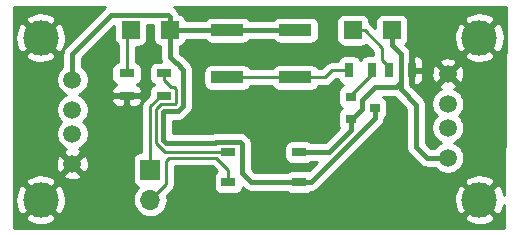
<source format=gbr>
G04 #@! TF.GenerationSoftware,KiCad,Pcbnew,(5.1.2)-2*
G04 #@! TF.CreationDate,2019-06-15T14:58:01+10:00*
G04 #@! TF.ProjectId,USBResetter,55534252-6573-4657-9474-65722e6b6963,rev?*
G04 #@! TF.SameCoordinates,Original*
G04 #@! TF.FileFunction,Copper,L1,Top*
G04 #@! TF.FilePolarity,Positive*
%FSLAX46Y46*%
G04 Gerber Fmt 4.6, Leading zero omitted, Abs format (unit mm)*
G04 Created by KiCad (PCBNEW (5.1.2)-2) date 2019-06-15 14:58:01*
%MOMM*%
%LPD*%
G04 APERTURE LIST*
%ADD10R,1.500000X1.500000*%
%ADD11C,1.500000*%
%ADD12C,3.000000*%
%ADD13O,1.700000X1.700000*%
%ADD14R,1.700000X1.700000*%
%ADD15R,0.900000X0.800000*%
%ADD16R,1.300000X0.700000*%
%ADD17R,0.700000X1.300000*%
%ADD18R,2.750000X1.000000*%
%ADD19R,1.200000X0.800000*%
%ADD20C,0.250000*%
%ADD21C,0.400000*%
%ADD22C,0.254000*%
G04 APERTURE END LIST*
D10*
X135550000Y-86600000D03*
X138850000Y-86600000D03*
X157650000Y-86600000D03*
X154350000Y-86600000D03*
D11*
X130600000Y-97910000D03*
X130600000Y-95370000D03*
X130600000Y-93340000D03*
X130600000Y-90800000D03*
D12*
X127930000Y-100960000D03*
X127930000Y-87240000D03*
D13*
X137200000Y-100940000D03*
D14*
X137200000Y-98400000D03*
D12*
X165070000Y-100960000D03*
X165070000Y-87240000D03*
D11*
X162400000Y-97400000D03*
X162400000Y-94860000D03*
X162400000Y-92830000D03*
X162400000Y-90290000D03*
D15*
X156200000Y-93200000D03*
X154200000Y-94150000D03*
X154200000Y-92250000D03*
D16*
X138400000Y-90250000D03*
X138400000Y-92150000D03*
X135200000Y-90250000D03*
X135200000Y-92150000D03*
D17*
X159350000Y-90000000D03*
X157450000Y-90000000D03*
X154050000Y-90000000D03*
X155950000Y-90000000D03*
D18*
X149480000Y-90600000D03*
X143720000Y-90600000D03*
X143720000Y-86600000D03*
X149480000Y-86600000D03*
D19*
X149800000Y-99470000D03*
X143800000Y-99470000D03*
X143800000Y-96930000D03*
X149800000Y-96930000D03*
D20*
X135200000Y-86950000D02*
X135550000Y-86600000D01*
X135200000Y-90250000D02*
X135200000Y-86950000D01*
D21*
X138850000Y-86600000D02*
X143720000Y-86600000D01*
X145495000Y-86600000D02*
X149480000Y-86600000D01*
X143720000Y-86600000D02*
X145495000Y-86600000D01*
X130600000Y-88600000D02*
X133850001Y-85349999D01*
X133850001Y-85349999D02*
X138749999Y-85349999D01*
X130600000Y-90800000D02*
X130600000Y-88600000D01*
X138850000Y-85450000D02*
X138850000Y-86600000D01*
X138749999Y-85349999D02*
X138850000Y-85450000D01*
X138349989Y-93450011D02*
X139568888Y-93450011D01*
X140000011Y-93018888D02*
X140000011Y-89950009D01*
X140000011Y-89950009D02*
X139450002Y-89400000D01*
X138275020Y-95875020D02*
X138275020Y-93524980D01*
X139568888Y-93450011D02*
X140000011Y-93018888D01*
X139450002Y-89400000D02*
X139400000Y-89400000D01*
X142699999Y-96129999D02*
X138529999Y-96129999D01*
X138529999Y-96129999D02*
X138275020Y-95875020D01*
X149800000Y-99470000D02*
X149600000Y-99470000D01*
X138275020Y-93524980D02*
X138349989Y-93450011D01*
X138850000Y-88850000D02*
X138850000Y-86600000D01*
X139400000Y-89400000D02*
X138850000Y-88850000D01*
X156200000Y-94000000D02*
X156200000Y-93200000D01*
X156200000Y-94070000D02*
X156200000Y-94000000D01*
X150800000Y-99470000D02*
X156200000Y-94070000D01*
X149800000Y-99470000D02*
X150800000Y-99470000D01*
X144800001Y-96029999D02*
X145000000Y-96229998D01*
X142699999Y-96129999D02*
X142799999Y-96029999D01*
X142799999Y-96029999D02*
X144800001Y-96029999D01*
X145000000Y-96229998D02*
X145000000Y-98700000D01*
X145770000Y-99470000D02*
X149800000Y-99470000D01*
X145000000Y-98700000D02*
X145770000Y-99470000D01*
X157650000Y-87850000D02*
X157650000Y-86600000D01*
X158000000Y-91400000D02*
X158400000Y-91000000D01*
X158400000Y-91000000D02*
X158400000Y-88600000D01*
X158400000Y-88600000D02*
X157650000Y-87850000D01*
X154250000Y-94150000D02*
X154200000Y-94150000D01*
X155150001Y-93249999D02*
X154250000Y-94150000D01*
X155150001Y-92499997D02*
X155150001Y-93249999D01*
X149800000Y-96930000D02*
X152350038Y-96930000D01*
X154200000Y-95080038D02*
X154200000Y-94150000D01*
X152350038Y-96930000D02*
X154200000Y-95080038D01*
X158400000Y-91000000D02*
X158400000Y-91600000D01*
X158400000Y-91600000D02*
X159700000Y-92900000D01*
X159700000Y-92900000D02*
X159700000Y-96500000D01*
X159700000Y-96500000D02*
X160600000Y-97400000D01*
X160600000Y-97400000D02*
X162400000Y-97400000D01*
X156249998Y-91400000D02*
X158000000Y-91400000D01*
X155150001Y-92499997D02*
X156249998Y-91400000D01*
D20*
X155350000Y-86600000D02*
X154350000Y-86600000D01*
X156850000Y-88100000D02*
X155350000Y-86600000D01*
X156850000Y-89100000D02*
X156850000Y-88100000D01*
X157450000Y-89700000D02*
X156850000Y-89100000D01*
X157450000Y-90000000D02*
X157450000Y-89700000D01*
X143800000Y-98400000D02*
X143800000Y-99470000D01*
X142780010Y-97380010D02*
X143800000Y-98400000D01*
X138819990Y-97380010D02*
X142780010Y-97380010D01*
X138500000Y-97700000D02*
X138819990Y-97380010D01*
X137200000Y-100940000D02*
X138500000Y-99640000D01*
X138500000Y-99640000D02*
X138500000Y-97700000D01*
X138100000Y-92150000D02*
X138400000Y-92150000D01*
X137200000Y-93050000D02*
X138100000Y-92150000D01*
X137200000Y-98400000D02*
X137200000Y-93050000D01*
X154200000Y-92050000D02*
X154200000Y-92250000D01*
X155950000Y-90000000D02*
X155950000Y-90300000D01*
X155950000Y-90300000D02*
X154200000Y-92050000D01*
X143800000Y-96930000D02*
X138430000Y-96930000D01*
X138430000Y-96930000D02*
X137650010Y-96150010D01*
X137650010Y-96150010D02*
X137650010Y-93236400D01*
X137663600Y-93236400D02*
X138074999Y-92825001D01*
X137650010Y-93236400D02*
X137663600Y-93236400D01*
X139310001Y-92825001D02*
X139375001Y-92760001D01*
X138074999Y-92825001D02*
X139310001Y-92825001D01*
X139375001Y-91539999D02*
X139235002Y-91400000D01*
X139375001Y-92760001D02*
X139375001Y-91539999D01*
X138400000Y-90850000D02*
X138400000Y-90250000D01*
X138950000Y-91400000D02*
X138400000Y-90850000D01*
X139235002Y-91400000D02*
X138950000Y-91400000D01*
X154050000Y-90000000D02*
X152600000Y-90000000D01*
X152000000Y-90600000D02*
X149480000Y-90600000D01*
X152600000Y-90000000D02*
X152000000Y-90600000D01*
X145345000Y-90600000D02*
X149480000Y-90600000D01*
X143720000Y-90600000D02*
X145345000Y-90600000D01*
D22*
G36*
X133256710Y-84756708D02*
G01*
X133230560Y-84788572D01*
X130038574Y-87980559D01*
X130006710Y-88006709D01*
X129980562Y-88038571D01*
X129902364Y-88133855D01*
X129824828Y-88278914D01*
X129777082Y-88436312D01*
X129760960Y-88600000D01*
X129765001Y-88641028D01*
X129765001Y-89692204D01*
X129717114Y-89724201D01*
X129524201Y-89917114D01*
X129372629Y-90143957D01*
X129268225Y-90396011D01*
X129215000Y-90663589D01*
X129215000Y-90936411D01*
X129268225Y-91203989D01*
X129372629Y-91456043D01*
X129524201Y-91682886D01*
X129717114Y-91875799D01*
X129943957Y-92027371D01*
X130046873Y-92070000D01*
X129943957Y-92112629D01*
X129717114Y-92264201D01*
X129524201Y-92457114D01*
X129372629Y-92683957D01*
X129268225Y-92936011D01*
X129215000Y-93203589D01*
X129215000Y-93476411D01*
X129268225Y-93743989D01*
X129372629Y-93996043D01*
X129524201Y-94222886D01*
X129656315Y-94355000D01*
X129524201Y-94487114D01*
X129372629Y-94713957D01*
X129268225Y-94966011D01*
X129215000Y-95233589D01*
X129215000Y-95506411D01*
X129268225Y-95773989D01*
X129372629Y-96026043D01*
X129524201Y-96252886D01*
X129717114Y-96445799D01*
X129943957Y-96597371D01*
X130043279Y-96638511D01*
X130001168Y-96653723D01*
X129888137Y-96714140D01*
X129822612Y-96953007D01*
X130600000Y-97730395D01*
X131377388Y-96953007D01*
X131311863Y-96714140D01*
X131153523Y-96639836D01*
X131256043Y-96597371D01*
X131482886Y-96445799D01*
X131675799Y-96252886D01*
X131827371Y-96026043D01*
X131931775Y-95773989D01*
X131985000Y-95506411D01*
X131985000Y-95233589D01*
X131931775Y-94966011D01*
X131827371Y-94713957D01*
X131675799Y-94487114D01*
X131543685Y-94355000D01*
X131675799Y-94222886D01*
X131827371Y-93996043D01*
X131931775Y-93743989D01*
X131985000Y-93476411D01*
X131985000Y-93203589D01*
X131931775Y-92936011D01*
X131827371Y-92683957D01*
X131704455Y-92500000D01*
X133911928Y-92500000D01*
X133924188Y-92624482D01*
X133960498Y-92744180D01*
X134019463Y-92854494D01*
X134098815Y-92951185D01*
X134195506Y-93030537D01*
X134305820Y-93089502D01*
X134425518Y-93125812D01*
X134550000Y-93138072D01*
X134914250Y-93135000D01*
X135073000Y-92976250D01*
X135073000Y-92277000D01*
X135327000Y-92277000D01*
X135327000Y-92976250D01*
X135485750Y-93135000D01*
X135850000Y-93138072D01*
X135974482Y-93125812D01*
X136094180Y-93089502D01*
X136204494Y-93030537D01*
X136301185Y-92951185D01*
X136380537Y-92854494D01*
X136439502Y-92744180D01*
X136475812Y-92624482D01*
X136488072Y-92500000D01*
X136485000Y-92435750D01*
X136326250Y-92277000D01*
X135327000Y-92277000D01*
X135073000Y-92277000D01*
X134073750Y-92277000D01*
X133915000Y-92435750D01*
X133911928Y-92500000D01*
X131704455Y-92500000D01*
X131675799Y-92457114D01*
X131482886Y-92264201D01*
X131256043Y-92112629D01*
X131153127Y-92070000D01*
X131256043Y-92027371D01*
X131482886Y-91875799D01*
X131675799Y-91682886D01*
X131827371Y-91456043D01*
X131931775Y-91203989D01*
X131985000Y-90936411D01*
X131985000Y-90663589D01*
X131931775Y-90396011D01*
X131827371Y-90143957D01*
X131675799Y-89917114D01*
X131482886Y-89724201D01*
X131435000Y-89692205D01*
X131435000Y-88945867D01*
X134161928Y-86218940D01*
X134161928Y-87350000D01*
X134174188Y-87474482D01*
X134210498Y-87594180D01*
X134269463Y-87704494D01*
X134348815Y-87801185D01*
X134440001Y-87876019D01*
X134440000Y-89272762D01*
X134425518Y-89274188D01*
X134305820Y-89310498D01*
X134195506Y-89369463D01*
X134098815Y-89448815D01*
X134019463Y-89545506D01*
X133960498Y-89655820D01*
X133924188Y-89775518D01*
X133911928Y-89900000D01*
X133911928Y-90600000D01*
X133924188Y-90724482D01*
X133960498Y-90844180D01*
X134019463Y-90954494D01*
X134098815Y-91051185D01*
X134195506Y-91130537D01*
X134305820Y-91189502D01*
X134340427Y-91200000D01*
X134305820Y-91210498D01*
X134195506Y-91269463D01*
X134098815Y-91348815D01*
X134019463Y-91445506D01*
X133960498Y-91555820D01*
X133924188Y-91675518D01*
X133911928Y-91800000D01*
X133915000Y-91864250D01*
X134073750Y-92023000D01*
X135073000Y-92023000D01*
X135073000Y-92003000D01*
X135327000Y-92003000D01*
X135327000Y-92023000D01*
X136326250Y-92023000D01*
X136485000Y-91864250D01*
X136488072Y-91800000D01*
X136475812Y-91675518D01*
X136439502Y-91555820D01*
X136380537Y-91445506D01*
X136301185Y-91348815D01*
X136204494Y-91269463D01*
X136094180Y-91210498D01*
X136059573Y-91200000D01*
X136094180Y-91189502D01*
X136204494Y-91130537D01*
X136301185Y-91051185D01*
X136380537Y-90954494D01*
X136439502Y-90844180D01*
X136475812Y-90724482D01*
X136488072Y-90600000D01*
X136488072Y-89900000D01*
X136475812Y-89775518D01*
X136439502Y-89655820D01*
X136380537Y-89545506D01*
X136301185Y-89448815D01*
X136204494Y-89369463D01*
X136094180Y-89310498D01*
X135974482Y-89274188D01*
X135960000Y-89272762D01*
X135960000Y-87988072D01*
X136300000Y-87988072D01*
X136424482Y-87975812D01*
X136544180Y-87939502D01*
X136654494Y-87880537D01*
X136751185Y-87801185D01*
X136830537Y-87704494D01*
X136889502Y-87594180D01*
X136925812Y-87474482D01*
X136938072Y-87350000D01*
X136938072Y-86184999D01*
X137461928Y-86184999D01*
X137461928Y-87350000D01*
X137474188Y-87474482D01*
X137510498Y-87594180D01*
X137569463Y-87704494D01*
X137648815Y-87801185D01*
X137745506Y-87880537D01*
X137855820Y-87939502D01*
X137975518Y-87975812D01*
X138015000Y-87979701D01*
X138015000Y-88808981D01*
X138010960Y-88850000D01*
X138015000Y-88891018D01*
X138027082Y-89013688D01*
X138074828Y-89171086D01*
X138123384Y-89261928D01*
X137750000Y-89261928D01*
X137625518Y-89274188D01*
X137505820Y-89310498D01*
X137395506Y-89369463D01*
X137298815Y-89448815D01*
X137219463Y-89545506D01*
X137160498Y-89655820D01*
X137124188Y-89775518D01*
X137111928Y-89900000D01*
X137111928Y-90600000D01*
X137124188Y-90724482D01*
X137160498Y-90844180D01*
X137219463Y-90954494D01*
X137298815Y-91051185D01*
X137395506Y-91130537D01*
X137505820Y-91189502D01*
X137540427Y-91200000D01*
X137505820Y-91210498D01*
X137395506Y-91269463D01*
X137298815Y-91348815D01*
X137219463Y-91445506D01*
X137160498Y-91555820D01*
X137124188Y-91675518D01*
X137111928Y-91800000D01*
X137111928Y-92063271D01*
X136688998Y-92486201D01*
X136660000Y-92509999D01*
X136636202Y-92538997D01*
X136636201Y-92538998D01*
X136565026Y-92625724D01*
X136494454Y-92757754D01*
X136450998Y-92901015D01*
X136436324Y-93050000D01*
X136440001Y-93087332D01*
X136440000Y-96911928D01*
X136350000Y-96911928D01*
X136225518Y-96924188D01*
X136105820Y-96960498D01*
X135995506Y-97019463D01*
X135898815Y-97098815D01*
X135819463Y-97195506D01*
X135760498Y-97305820D01*
X135724188Y-97425518D01*
X135711928Y-97550000D01*
X135711928Y-99250000D01*
X135724188Y-99374482D01*
X135760498Y-99494180D01*
X135819463Y-99604494D01*
X135898815Y-99701185D01*
X135995506Y-99780537D01*
X136105820Y-99839502D01*
X136174687Y-99860393D01*
X136144866Y-99884866D01*
X135959294Y-100110986D01*
X135821401Y-100368966D01*
X135736487Y-100648889D01*
X135707815Y-100940000D01*
X135736487Y-101231111D01*
X135821401Y-101511034D01*
X135959294Y-101769014D01*
X136144866Y-101995134D01*
X136370986Y-102180706D01*
X136628966Y-102318599D01*
X136908889Y-102403513D01*
X137127050Y-102425000D01*
X137272950Y-102425000D01*
X137491111Y-102403513D01*
X137771034Y-102318599D01*
X138029014Y-102180706D01*
X138255134Y-101995134D01*
X138440706Y-101769014D01*
X138578599Y-101511034D01*
X138663513Y-101231111D01*
X138685997Y-101002824D01*
X162925098Y-101002824D01*
X162974666Y-101420451D01*
X163104757Y-101820383D01*
X163262786Y-102116038D01*
X163578347Y-102272048D01*
X164890395Y-100960000D01*
X163578347Y-99647952D01*
X163262786Y-99803962D01*
X163071980Y-100178745D01*
X162957956Y-100583551D01*
X162925098Y-101002824D01*
X138685997Y-101002824D01*
X138692185Y-100940000D01*
X138663513Y-100648889D01*
X138640797Y-100574005D01*
X139011004Y-100203798D01*
X139040001Y-100180001D01*
X139134974Y-100064276D01*
X139205546Y-99932247D01*
X139249003Y-99788986D01*
X139260000Y-99677333D01*
X139260000Y-99677325D01*
X139263676Y-99640000D01*
X139260000Y-99602675D01*
X139260000Y-98140010D01*
X142465209Y-98140010D01*
X142857989Y-98532791D01*
X142845506Y-98539463D01*
X142748815Y-98618815D01*
X142669463Y-98715506D01*
X142610498Y-98825820D01*
X142574188Y-98945518D01*
X142561928Y-99070000D01*
X142561928Y-99870000D01*
X142574188Y-99994482D01*
X142610498Y-100114180D01*
X142669463Y-100224494D01*
X142748815Y-100321185D01*
X142845506Y-100400537D01*
X142955820Y-100459502D01*
X143075518Y-100495812D01*
X143200000Y-100508072D01*
X144400000Y-100508072D01*
X144524482Y-100495812D01*
X144644180Y-100459502D01*
X144754494Y-100400537D01*
X144851185Y-100321185D01*
X144930537Y-100224494D01*
X144989502Y-100114180D01*
X145025812Y-99994482D01*
X145033684Y-99914552D01*
X145150558Y-100031426D01*
X145176709Y-100063291D01*
X145303854Y-100167636D01*
X145448913Y-100245172D01*
X145606311Y-100292918D01*
X145728981Y-100305000D01*
X145728991Y-100305000D01*
X145769999Y-100309039D01*
X145811007Y-100305000D01*
X148735532Y-100305000D01*
X148748815Y-100321185D01*
X148845506Y-100400537D01*
X148955820Y-100459502D01*
X149075518Y-100495812D01*
X149200000Y-100508072D01*
X150400000Y-100508072D01*
X150524482Y-100495812D01*
X150644180Y-100459502D01*
X150754494Y-100400537D01*
X150851185Y-100321185D01*
X150866530Y-100302487D01*
X150963689Y-100292918D01*
X151121087Y-100245172D01*
X151266146Y-100167636D01*
X151393291Y-100063291D01*
X151419446Y-100031421D01*
X151982520Y-99468347D01*
X163757952Y-99468347D01*
X165070000Y-100780395D01*
X166382048Y-99468347D01*
X166226038Y-99152786D01*
X165851255Y-98961980D01*
X165446449Y-98847956D01*
X165027176Y-98815098D01*
X164609549Y-98864666D01*
X164209617Y-98994757D01*
X163913962Y-99152786D01*
X163757952Y-99468347D01*
X151982520Y-99468347D01*
X156761428Y-94689440D01*
X156793291Y-94663291D01*
X156897636Y-94536146D01*
X156975172Y-94391087D01*
X157022918Y-94233689D01*
X157035000Y-94111019D01*
X157035000Y-94111017D01*
X157035591Y-94105016D01*
X157101185Y-94051185D01*
X157180537Y-93954494D01*
X157239502Y-93844180D01*
X157275812Y-93724482D01*
X157288072Y-93600000D01*
X157288072Y-92800000D01*
X157275812Y-92675518D01*
X157239502Y-92555820D01*
X157180537Y-92445506D01*
X157101185Y-92348815D01*
X157004494Y-92269463D01*
X156940019Y-92235000D01*
X157854133Y-92235000D01*
X158865000Y-93245869D01*
X158865001Y-96458972D01*
X158860960Y-96500000D01*
X158877082Y-96663688D01*
X158924828Y-96821086D01*
X159002364Y-96966145D01*
X159002365Y-96966146D01*
X159106710Y-97093291D01*
X159138574Y-97119441D01*
X159980558Y-97961426D01*
X160006709Y-97993291D01*
X160133854Y-98097636D01*
X160278913Y-98175172D01*
X160436311Y-98222918D01*
X160558981Y-98235000D01*
X160558983Y-98235000D01*
X160599999Y-98239040D01*
X160641015Y-98235000D01*
X161292205Y-98235000D01*
X161324201Y-98282886D01*
X161517114Y-98475799D01*
X161743957Y-98627371D01*
X161996011Y-98731775D01*
X162263589Y-98785000D01*
X162536411Y-98785000D01*
X162803989Y-98731775D01*
X163056043Y-98627371D01*
X163282886Y-98475799D01*
X163475799Y-98282886D01*
X163627371Y-98056043D01*
X163731775Y-97803989D01*
X163785000Y-97536411D01*
X163785000Y-97263589D01*
X163731775Y-96996011D01*
X163627371Y-96743957D01*
X163475799Y-96517114D01*
X163282886Y-96324201D01*
X163056043Y-96172629D01*
X162953127Y-96130000D01*
X163056043Y-96087371D01*
X163282886Y-95935799D01*
X163475799Y-95742886D01*
X163627371Y-95516043D01*
X163731775Y-95263989D01*
X163785000Y-94996411D01*
X163785000Y-94723589D01*
X163731775Y-94456011D01*
X163627371Y-94203957D01*
X163475799Y-93977114D01*
X163343685Y-93845000D01*
X163475799Y-93712886D01*
X163627371Y-93486043D01*
X163731775Y-93233989D01*
X163785000Y-92966411D01*
X163785000Y-92693589D01*
X163731775Y-92426011D01*
X163627371Y-92173957D01*
X163475799Y-91947114D01*
X163282886Y-91754201D01*
X163056043Y-91602629D01*
X162956721Y-91561489D01*
X162998832Y-91546277D01*
X163111863Y-91485860D01*
X163177388Y-91246993D01*
X162400000Y-90469605D01*
X161622612Y-91246993D01*
X161688137Y-91485860D01*
X161846477Y-91560164D01*
X161743957Y-91602629D01*
X161517114Y-91754201D01*
X161324201Y-91947114D01*
X161172629Y-92173957D01*
X161068225Y-92426011D01*
X161015000Y-92693589D01*
X161015000Y-92966411D01*
X161068225Y-93233989D01*
X161172629Y-93486043D01*
X161324201Y-93712886D01*
X161456315Y-93845000D01*
X161324201Y-93977114D01*
X161172629Y-94203957D01*
X161068225Y-94456011D01*
X161015000Y-94723589D01*
X161015000Y-94996411D01*
X161068225Y-95263989D01*
X161172629Y-95516043D01*
X161324201Y-95742886D01*
X161517114Y-95935799D01*
X161743957Y-96087371D01*
X161846873Y-96130000D01*
X161743957Y-96172629D01*
X161517114Y-96324201D01*
X161324201Y-96517114D01*
X161292205Y-96565000D01*
X160945868Y-96565000D01*
X160535000Y-96154133D01*
X160535000Y-92941018D01*
X160539040Y-92900000D01*
X160529191Y-92800000D01*
X160522918Y-92736311D01*
X160475172Y-92578913D01*
X160397636Y-92433854D01*
X160391199Y-92426011D01*
X160319439Y-92338570D01*
X160319437Y-92338568D01*
X160293291Y-92306709D01*
X160261433Y-92280564D01*
X159235000Y-91254133D01*
X159235000Y-91041009D01*
X159239039Y-91000001D01*
X159235000Y-90958993D01*
X159235000Y-90127000D01*
X159477000Y-90127000D01*
X159477000Y-91126250D01*
X159635750Y-91285000D01*
X159700000Y-91288072D01*
X159824482Y-91275812D01*
X159944180Y-91239502D01*
X160054494Y-91180537D01*
X160151185Y-91101185D01*
X160230537Y-91004494D01*
X160289502Y-90894180D01*
X160325812Y-90774482D01*
X160338072Y-90650000D01*
X160335648Y-90362492D01*
X161010188Y-90362492D01*
X161051035Y-90632238D01*
X161143723Y-90888832D01*
X161204140Y-91001863D01*
X161443007Y-91067388D01*
X162220395Y-90290000D01*
X162579605Y-90290000D01*
X163356993Y-91067388D01*
X163595860Y-91001863D01*
X163711760Y-90754884D01*
X163777250Y-90490040D01*
X163789812Y-90217508D01*
X163748965Y-89947762D01*
X163656277Y-89691168D01*
X163595860Y-89578137D01*
X163356993Y-89512612D01*
X162579605Y-90290000D01*
X162220395Y-90290000D01*
X161443007Y-89512612D01*
X161204140Y-89578137D01*
X161088240Y-89825116D01*
X161022750Y-90089960D01*
X161010188Y-90362492D01*
X160335648Y-90362492D01*
X160335000Y-90285750D01*
X160176250Y-90127000D01*
X159477000Y-90127000D01*
X159235000Y-90127000D01*
X159235000Y-88873750D01*
X159477000Y-88873750D01*
X159477000Y-89873000D01*
X160176250Y-89873000D01*
X160335000Y-89714250D01*
X160338072Y-89350000D01*
X160336399Y-89333007D01*
X161622612Y-89333007D01*
X162400000Y-90110395D01*
X163177388Y-89333007D01*
X163111863Y-89094140D01*
X162864884Y-88978240D01*
X162600040Y-88912750D01*
X162327508Y-88900188D01*
X162057762Y-88941035D01*
X161801168Y-89033723D01*
X161688137Y-89094140D01*
X161622612Y-89333007D01*
X160336399Y-89333007D01*
X160325812Y-89225518D01*
X160289502Y-89105820D01*
X160230537Y-88995506D01*
X160151185Y-88898815D01*
X160054494Y-88819463D01*
X159944180Y-88760498D01*
X159849091Y-88731653D01*
X163757952Y-88731653D01*
X163913962Y-89047214D01*
X164288745Y-89238020D01*
X164693551Y-89352044D01*
X165112824Y-89384902D01*
X165530451Y-89335334D01*
X165930383Y-89205243D01*
X166226038Y-89047214D01*
X166382048Y-88731653D01*
X165070000Y-87419605D01*
X163757952Y-88731653D01*
X159849091Y-88731653D01*
X159824482Y-88724188D01*
X159700000Y-88711928D01*
X159635750Y-88715000D01*
X159477000Y-88873750D01*
X159235000Y-88873750D01*
X159235000Y-88641018D01*
X159239040Y-88599999D01*
X159222918Y-88436311D01*
X159175172Y-88278913D01*
X159097636Y-88133854D01*
X159069852Y-88099999D01*
X158993291Y-88006709D01*
X158961426Y-87980558D01*
X158813214Y-87832347D01*
X158851185Y-87801185D01*
X158930537Y-87704494D01*
X158989502Y-87594180D01*
X159025812Y-87474482D01*
X159038072Y-87350000D01*
X159038072Y-87282824D01*
X162925098Y-87282824D01*
X162974666Y-87700451D01*
X163104757Y-88100383D01*
X163262786Y-88396038D01*
X163578347Y-88552048D01*
X164890395Y-87240000D01*
X165249605Y-87240000D01*
X166561653Y-88552048D01*
X166877214Y-88396038D01*
X167068020Y-88021255D01*
X167182044Y-87616449D01*
X167214902Y-87197176D01*
X167165334Y-86779549D01*
X167035243Y-86379617D01*
X166877214Y-86083962D01*
X166561653Y-85927952D01*
X165249605Y-87240000D01*
X164890395Y-87240000D01*
X163578347Y-85927952D01*
X163262786Y-86083962D01*
X163071980Y-86458745D01*
X162957956Y-86863551D01*
X162925098Y-87282824D01*
X159038072Y-87282824D01*
X159038072Y-85850000D01*
X159028061Y-85748347D01*
X163757952Y-85748347D01*
X165070000Y-87060395D01*
X166382048Y-85748347D01*
X166226038Y-85432786D01*
X165851255Y-85241980D01*
X165446449Y-85127956D01*
X165027176Y-85095098D01*
X164609549Y-85144666D01*
X164209617Y-85274757D01*
X163913962Y-85432786D01*
X163757952Y-85748347D01*
X159028061Y-85748347D01*
X159025812Y-85725518D01*
X158989502Y-85605820D01*
X158930537Y-85495506D01*
X158851185Y-85398815D01*
X158754494Y-85319463D01*
X158644180Y-85260498D01*
X158524482Y-85224188D01*
X158400000Y-85211928D01*
X156900000Y-85211928D01*
X156775518Y-85224188D01*
X156655820Y-85260498D01*
X156545506Y-85319463D01*
X156448815Y-85398815D01*
X156369463Y-85495506D01*
X156310498Y-85605820D01*
X156274188Y-85725518D01*
X156261928Y-85850000D01*
X156261928Y-86437127D01*
X155913804Y-86089003D01*
X155890001Y-86059999D01*
X155774276Y-85965026D01*
X155738072Y-85945674D01*
X155738072Y-85850000D01*
X155725812Y-85725518D01*
X155689502Y-85605820D01*
X155630537Y-85495506D01*
X155551185Y-85398815D01*
X155454494Y-85319463D01*
X155344180Y-85260498D01*
X155224482Y-85224188D01*
X155100000Y-85211928D01*
X153600000Y-85211928D01*
X153475518Y-85224188D01*
X153355820Y-85260498D01*
X153245506Y-85319463D01*
X153148815Y-85398815D01*
X153069463Y-85495506D01*
X153010498Y-85605820D01*
X152974188Y-85725518D01*
X152961928Y-85850000D01*
X152961928Y-87350000D01*
X152974188Y-87474482D01*
X153010498Y-87594180D01*
X153069463Y-87704494D01*
X153148815Y-87801185D01*
X153245506Y-87880537D01*
X153355820Y-87939502D01*
X153475518Y-87975812D01*
X153600000Y-87988072D01*
X155100000Y-87988072D01*
X155224482Y-87975812D01*
X155344180Y-87939502D01*
X155454494Y-87880537D01*
X155510101Y-87834902D01*
X156090001Y-88414803D01*
X156090000Y-88711928D01*
X155600000Y-88711928D01*
X155475518Y-88724188D01*
X155355820Y-88760498D01*
X155245506Y-88819463D01*
X155148815Y-88898815D01*
X155069463Y-88995506D01*
X155010498Y-89105820D01*
X155000000Y-89140427D01*
X154989502Y-89105820D01*
X154930537Y-88995506D01*
X154851185Y-88898815D01*
X154754494Y-88819463D01*
X154644180Y-88760498D01*
X154524482Y-88724188D01*
X154400000Y-88711928D01*
X153700000Y-88711928D01*
X153575518Y-88724188D01*
X153455820Y-88760498D01*
X153345506Y-88819463D01*
X153248815Y-88898815D01*
X153169463Y-88995506D01*
X153110498Y-89105820D01*
X153074188Y-89225518D01*
X153072762Y-89240000D01*
X152637322Y-89240000D01*
X152599999Y-89236324D01*
X152562676Y-89240000D01*
X152562667Y-89240000D01*
X152451014Y-89250997D01*
X152307753Y-89294454D01*
X152175723Y-89365026D01*
X152114830Y-89415000D01*
X152059999Y-89459999D01*
X152036200Y-89488998D01*
X151685199Y-89840000D01*
X151436046Y-89840000D01*
X151385537Y-89745506D01*
X151306185Y-89648815D01*
X151209494Y-89569463D01*
X151099180Y-89510498D01*
X150979482Y-89474188D01*
X150855000Y-89461928D01*
X148105000Y-89461928D01*
X147980518Y-89474188D01*
X147860820Y-89510498D01*
X147750506Y-89569463D01*
X147653815Y-89648815D01*
X147574463Y-89745506D01*
X147523954Y-89840000D01*
X145676046Y-89840000D01*
X145625537Y-89745506D01*
X145546185Y-89648815D01*
X145449494Y-89569463D01*
X145339180Y-89510498D01*
X145219482Y-89474188D01*
X145095000Y-89461928D01*
X142345000Y-89461928D01*
X142220518Y-89474188D01*
X142100820Y-89510498D01*
X141990506Y-89569463D01*
X141893815Y-89648815D01*
X141814463Y-89745506D01*
X141755498Y-89855820D01*
X141719188Y-89975518D01*
X141706928Y-90100000D01*
X141706928Y-91100000D01*
X141719188Y-91224482D01*
X141755498Y-91344180D01*
X141814463Y-91454494D01*
X141893815Y-91551185D01*
X141990506Y-91630537D01*
X142100820Y-91689502D01*
X142220518Y-91725812D01*
X142345000Y-91738072D01*
X145095000Y-91738072D01*
X145219482Y-91725812D01*
X145339180Y-91689502D01*
X145449494Y-91630537D01*
X145546185Y-91551185D01*
X145625537Y-91454494D01*
X145676046Y-91360000D01*
X147523954Y-91360000D01*
X147574463Y-91454494D01*
X147653815Y-91551185D01*
X147750506Y-91630537D01*
X147860820Y-91689502D01*
X147980518Y-91725812D01*
X148105000Y-91738072D01*
X150855000Y-91738072D01*
X150979482Y-91725812D01*
X151099180Y-91689502D01*
X151209494Y-91630537D01*
X151306185Y-91551185D01*
X151385537Y-91454494D01*
X151436046Y-91360000D01*
X151962678Y-91360000D01*
X152000000Y-91363676D01*
X152037322Y-91360000D01*
X152037333Y-91360000D01*
X152148986Y-91349003D01*
X152292247Y-91305546D01*
X152424276Y-91234974D01*
X152540001Y-91140001D01*
X152563803Y-91110998D01*
X152914802Y-90760000D01*
X153072762Y-90760000D01*
X153074188Y-90774482D01*
X153110498Y-90894180D01*
X153169463Y-91004494D01*
X153248815Y-91101185D01*
X153345506Y-91180537D01*
X153455820Y-91239502D01*
X153515427Y-91257584D01*
X153505820Y-91260498D01*
X153395506Y-91319463D01*
X153298815Y-91398815D01*
X153219463Y-91495506D01*
X153160498Y-91605820D01*
X153124188Y-91725518D01*
X153111928Y-91850000D01*
X153111928Y-92650000D01*
X153124188Y-92774482D01*
X153160498Y-92894180D01*
X153219463Y-93004494D01*
X153298815Y-93101185D01*
X153395506Y-93180537D01*
X153431918Y-93200000D01*
X153395506Y-93219463D01*
X153298815Y-93298815D01*
X153219463Y-93395506D01*
X153160498Y-93505820D01*
X153124188Y-93625518D01*
X153111928Y-93750000D01*
X153111928Y-94550000D01*
X153124188Y-94674482D01*
X153160498Y-94794180D01*
X153210829Y-94888341D01*
X152004171Y-96095000D01*
X150864468Y-96095000D01*
X150851185Y-96078815D01*
X150754494Y-95999463D01*
X150644180Y-95940498D01*
X150524482Y-95904188D01*
X150400000Y-95891928D01*
X149200000Y-95891928D01*
X149075518Y-95904188D01*
X148955820Y-95940498D01*
X148845506Y-95999463D01*
X148748815Y-96078815D01*
X148669463Y-96175506D01*
X148610498Y-96285820D01*
X148574188Y-96405518D01*
X148561928Y-96530000D01*
X148561928Y-97330000D01*
X148574188Y-97454482D01*
X148610498Y-97574180D01*
X148669463Y-97684494D01*
X148748815Y-97781185D01*
X148845506Y-97860537D01*
X148955820Y-97919502D01*
X149075518Y-97955812D01*
X149200000Y-97968072D01*
X150400000Y-97968072D01*
X150524482Y-97955812D01*
X150644180Y-97919502D01*
X150754494Y-97860537D01*
X150851185Y-97781185D01*
X150864468Y-97765000D01*
X151324133Y-97765000D01*
X150616908Y-98472225D01*
X150524482Y-98444188D01*
X150400000Y-98431928D01*
X149200000Y-98431928D01*
X149075518Y-98444188D01*
X148955820Y-98480498D01*
X148845506Y-98539463D01*
X148748815Y-98618815D01*
X148735532Y-98635000D01*
X146115868Y-98635000D01*
X145835000Y-98354133D01*
X145835000Y-96271005D01*
X145839039Y-96229997D01*
X145835000Y-96188989D01*
X145835000Y-96188979D01*
X145822918Y-96066309D01*
X145775172Y-95908911D01*
X145697636Y-95763852D01*
X145593291Y-95636707D01*
X145561422Y-95610553D01*
X145419447Y-95468578D01*
X145393292Y-95436708D01*
X145266147Y-95332363D01*
X145121088Y-95254827D01*
X144963690Y-95207081D01*
X144841020Y-95194999D01*
X144841019Y-95194999D01*
X144800001Y-95190959D01*
X144758983Y-95194999D01*
X142841006Y-95194999D01*
X142799998Y-95190960D01*
X142758990Y-95194999D01*
X142758980Y-95194999D01*
X142636310Y-95207081D01*
X142478912Y-95254827D01*
X142403756Y-95294999D01*
X139110020Y-95294999D01*
X139110020Y-94285011D01*
X139527870Y-94285011D01*
X139568888Y-94289051D01*
X139609906Y-94285011D01*
X139609907Y-94285011D01*
X139732577Y-94272929D01*
X139889975Y-94225183D01*
X140035034Y-94147647D01*
X140162179Y-94043302D01*
X140188334Y-94011432D01*
X140561433Y-93638333D01*
X140593302Y-93612179D01*
X140697647Y-93485034D01*
X140775183Y-93339975D01*
X140822929Y-93182577D01*
X140835011Y-93059907D01*
X140835011Y-93059906D01*
X140839051Y-93018888D01*
X140835011Y-92977870D01*
X140835011Y-89991027D01*
X140839051Y-89950008D01*
X140822929Y-89786320D01*
X140775183Y-89628922D01*
X140697647Y-89483863D01*
X140678062Y-89459999D01*
X140593302Y-89356718D01*
X140561432Y-89330563D01*
X140069448Y-88838579D01*
X140043293Y-88806709D01*
X139916148Y-88702364D01*
X139845433Y-88664566D01*
X139685000Y-88504133D01*
X139685000Y-87979701D01*
X139724482Y-87975812D01*
X139844180Y-87939502D01*
X139954494Y-87880537D01*
X140051185Y-87801185D01*
X140130537Y-87704494D01*
X140189502Y-87594180D01*
X140225812Y-87474482D01*
X140229701Y-87435000D01*
X141804043Y-87435000D01*
X141814463Y-87454494D01*
X141893815Y-87551185D01*
X141990506Y-87630537D01*
X142100820Y-87689502D01*
X142220518Y-87725812D01*
X142345000Y-87738072D01*
X145095000Y-87738072D01*
X145219482Y-87725812D01*
X145339180Y-87689502D01*
X145449494Y-87630537D01*
X145546185Y-87551185D01*
X145625537Y-87454494D01*
X145635957Y-87435000D01*
X147564043Y-87435000D01*
X147574463Y-87454494D01*
X147653815Y-87551185D01*
X147750506Y-87630537D01*
X147860820Y-87689502D01*
X147980518Y-87725812D01*
X148105000Y-87738072D01*
X150855000Y-87738072D01*
X150979482Y-87725812D01*
X151099180Y-87689502D01*
X151209494Y-87630537D01*
X151306185Y-87551185D01*
X151385537Y-87454494D01*
X151444502Y-87344180D01*
X151480812Y-87224482D01*
X151493072Y-87100000D01*
X151493072Y-86100000D01*
X151480812Y-85975518D01*
X151444502Y-85855820D01*
X151385537Y-85745506D01*
X151306185Y-85648815D01*
X151209494Y-85569463D01*
X151099180Y-85510498D01*
X150979482Y-85474188D01*
X150855000Y-85461928D01*
X148105000Y-85461928D01*
X147980518Y-85474188D01*
X147860820Y-85510498D01*
X147750506Y-85569463D01*
X147653815Y-85648815D01*
X147574463Y-85745506D01*
X147564043Y-85765000D01*
X145635957Y-85765000D01*
X145625537Y-85745506D01*
X145546185Y-85648815D01*
X145449494Y-85569463D01*
X145339180Y-85510498D01*
X145219482Y-85474188D01*
X145095000Y-85461928D01*
X142345000Y-85461928D01*
X142220518Y-85474188D01*
X142100820Y-85510498D01*
X141990506Y-85569463D01*
X141893815Y-85648815D01*
X141814463Y-85745506D01*
X141804043Y-85765000D01*
X140229701Y-85765000D01*
X140225812Y-85725518D01*
X140189502Y-85605820D01*
X140130537Y-85495506D01*
X140051185Y-85398815D01*
X139954494Y-85319463D01*
X139844180Y-85260498D01*
X139724482Y-85224188D01*
X139651905Y-85217040D01*
X139625172Y-85128913D01*
X139547636Y-84983854D01*
X139443291Y-84856709D01*
X139411426Y-84830558D01*
X139369443Y-84788576D01*
X139343290Y-84756708D01*
X139225451Y-84660000D01*
X167333368Y-84660000D01*
X167174223Y-100574441D01*
X167165334Y-100499549D01*
X167035243Y-100099617D01*
X166877214Y-99803962D01*
X166561653Y-99647952D01*
X165249605Y-100960000D01*
X166561653Y-102272048D01*
X166877214Y-102116038D01*
X167068020Y-101741255D01*
X167166034Y-101393286D01*
X167146567Y-103340000D01*
X125660000Y-103340000D01*
X125660000Y-102451653D01*
X126617952Y-102451653D01*
X126773962Y-102767214D01*
X127148745Y-102958020D01*
X127553551Y-103072044D01*
X127972824Y-103104902D01*
X128390451Y-103055334D01*
X128790383Y-102925243D01*
X129086038Y-102767214D01*
X129242048Y-102451653D01*
X163757952Y-102451653D01*
X163913962Y-102767214D01*
X164288745Y-102958020D01*
X164693551Y-103072044D01*
X165112824Y-103104902D01*
X165530451Y-103055334D01*
X165930383Y-102925243D01*
X166226038Y-102767214D01*
X166382048Y-102451653D01*
X165070000Y-101139605D01*
X163757952Y-102451653D01*
X129242048Y-102451653D01*
X127930000Y-101139605D01*
X126617952Y-102451653D01*
X125660000Y-102451653D01*
X125660000Y-101002824D01*
X125785098Y-101002824D01*
X125834666Y-101420451D01*
X125964757Y-101820383D01*
X126122786Y-102116038D01*
X126438347Y-102272048D01*
X127750395Y-100960000D01*
X128109605Y-100960000D01*
X129421653Y-102272048D01*
X129737214Y-102116038D01*
X129928020Y-101741255D01*
X130042044Y-101336449D01*
X130074902Y-100917176D01*
X130025334Y-100499549D01*
X129895243Y-100099617D01*
X129737214Y-99803962D01*
X129421653Y-99647952D01*
X128109605Y-100960000D01*
X127750395Y-100960000D01*
X126438347Y-99647952D01*
X126122786Y-99803962D01*
X125931980Y-100178745D01*
X125817956Y-100583551D01*
X125785098Y-101002824D01*
X125660000Y-101002824D01*
X125660000Y-99468347D01*
X126617952Y-99468347D01*
X127930000Y-100780395D01*
X129242048Y-99468347D01*
X129086038Y-99152786D01*
X128711255Y-98961980D01*
X128374034Y-98866993D01*
X129822612Y-98866993D01*
X129888137Y-99105860D01*
X130135116Y-99221760D01*
X130399960Y-99287250D01*
X130672492Y-99299812D01*
X130942238Y-99258965D01*
X131198832Y-99166277D01*
X131311863Y-99105860D01*
X131377388Y-98866993D01*
X130600000Y-98089605D01*
X129822612Y-98866993D01*
X128374034Y-98866993D01*
X128306449Y-98847956D01*
X127887176Y-98815098D01*
X127469549Y-98864666D01*
X127069617Y-98994757D01*
X126773962Y-99152786D01*
X126617952Y-99468347D01*
X125660000Y-99468347D01*
X125660000Y-97982492D01*
X129210188Y-97982492D01*
X129251035Y-98252238D01*
X129343723Y-98508832D01*
X129404140Y-98621863D01*
X129643007Y-98687388D01*
X130420395Y-97910000D01*
X130779605Y-97910000D01*
X131556993Y-98687388D01*
X131795860Y-98621863D01*
X131911760Y-98374884D01*
X131977250Y-98110040D01*
X131989812Y-97837508D01*
X131948965Y-97567762D01*
X131856277Y-97311168D01*
X131795860Y-97198137D01*
X131556993Y-97132612D01*
X130779605Y-97910000D01*
X130420395Y-97910000D01*
X129643007Y-97132612D01*
X129404140Y-97198137D01*
X129288240Y-97445116D01*
X129222750Y-97709960D01*
X129210188Y-97982492D01*
X125660000Y-97982492D01*
X125660000Y-88731653D01*
X126617952Y-88731653D01*
X126773962Y-89047214D01*
X127148745Y-89238020D01*
X127553551Y-89352044D01*
X127972824Y-89384902D01*
X128390451Y-89335334D01*
X128790383Y-89205243D01*
X129086038Y-89047214D01*
X129242048Y-88731653D01*
X127930000Y-87419605D01*
X126617952Y-88731653D01*
X125660000Y-88731653D01*
X125660000Y-87282824D01*
X125785098Y-87282824D01*
X125834666Y-87700451D01*
X125964757Y-88100383D01*
X126122786Y-88396038D01*
X126438347Y-88552048D01*
X127750395Y-87240000D01*
X128109605Y-87240000D01*
X129421653Y-88552048D01*
X129737214Y-88396038D01*
X129928020Y-88021255D01*
X130042044Y-87616449D01*
X130074902Y-87197176D01*
X130025334Y-86779549D01*
X129895243Y-86379617D01*
X129737214Y-86083962D01*
X129421653Y-85927952D01*
X128109605Y-87240000D01*
X127750395Y-87240000D01*
X126438347Y-85927952D01*
X126122786Y-86083962D01*
X125931980Y-86458745D01*
X125817956Y-86863551D01*
X125785098Y-87282824D01*
X125660000Y-87282824D01*
X125660000Y-85748347D01*
X126617952Y-85748347D01*
X127930000Y-87060395D01*
X129242048Y-85748347D01*
X129086038Y-85432786D01*
X128711255Y-85241980D01*
X128306449Y-85127956D01*
X127887176Y-85095098D01*
X127469549Y-85144666D01*
X127069617Y-85274757D01*
X126773962Y-85432786D01*
X126617952Y-85748347D01*
X125660000Y-85748347D01*
X125660000Y-84660000D01*
X133374549Y-84660000D01*
X133256710Y-84756708D01*
X133256710Y-84756708D01*
G37*
X133256710Y-84756708D02*
X133230560Y-84788572D01*
X130038574Y-87980559D01*
X130006710Y-88006709D01*
X129980562Y-88038571D01*
X129902364Y-88133855D01*
X129824828Y-88278914D01*
X129777082Y-88436312D01*
X129760960Y-88600000D01*
X129765001Y-88641028D01*
X129765001Y-89692204D01*
X129717114Y-89724201D01*
X129524201Y-89917114D01*
X129372629Y-90143957D01*
X129268225Y-90396011D01*
X129215000Y-90663589D01*
X129215000Y-90936411D01*
X129268225Y-91203989D01*
X129372629Y-91456043D01*
X129524201Y-91682886D01*
X129717114Y-91875799D01*
X129943957Y-92027371D01*
X130046873Y-92070000D01*
X129943957Y-92112629D01*
X129717114Y-92264201D01*
X129524201Y-92457114D01*
X129372629Y-92683957D01*
X129268225Y-92936011D01*
X129215000Y-93203589D01*
X129215000Y-93476411D01*
X129268225Y-93743989D01*
X129372629Y-93996043D01*
X129524201Y-94222886D01*
X129656315Y-94355000D01*
X129524201Y-94487114D01*
X129372629Y-94713957D01*
X129268225Y-94966011D01*
X129215000Y-95233589D01*
X129215000Y-95506411D01*
X129268225Y-95773989D01*
X129372629Y-96026043D01*
X129524201Y-96252886D01*
X129717114Y-96445799D01*
X129943957Y-96597371D01*
X130043279Y-96638511D01*
X130001168Y-96653723D01*
X129888137Y-96714140D01*
X129822612Y-96953007D01*
X130600000Y-97730395D01*
X131377388Y-96953007D01*
X131311863Y-96714140D01*
X131153523Y-96639836D01*
X131256043Y-96597371D01*
X131482886Y-96445799D01*
X131675799Y-96252886D01*
X131827371Y-96026043D01*
X131931775Y-95773989D01*
X131985000Y-95506411D01*
X131985000Y-95233589D01*
X131931775Y-94966011D01*
X131827371Y-94713957D01*
X131675799Y-94487114D01*
X131543685Y-94355000D01*
X131675799Y-94222886D01*
X131827371Y-93996043D01*
X131931775Y-93743989D01*
X131985000Y-93476411D01*
X131985000Y-93203589D01*
X131931775Y-92936011D01*
X131827371Y-92683957D01*
X131704455Y-92500000D01*
X133911928Y-92500000D01*
X133924188Y-92624482D01*
X133960498Y-92744180D01*
X134019463Y-92854494D01*
X134098815Y-92951185D01*
X134195506Y-93030537D01*
X134305820Y-93089502D01*
X134425518Y-93125812D01*
X134550000Y-93138072D01*
X134914250Y-93135000D01*
X135073000Y-92976250D01*
X135073000Y-92277000D01*
X135327000Y-92277000D01*
X135327000Y-92976250D01*
X135485750Y-93135000D01*
X135850000Y-93138072D01*
X135974482Y-93125812D01*
X136094180Y-93089502D01*
X136204494Y-93030537D01*
X136301185Y-92951185D01*
X136380537Y-92854494D01*
X136439502Y-92744180D01*
X136475812Y-92624482D01*
X136488072Y-92500000D01*
X136485000Y-92435750D01*
X136326250Y-92277000D01*
X135327000Y-92277000D01*
X135073000Y-92277000D01*
X134073750Y-92277000D01*
X133915000Y-92435750D01*
X133911928Y-92500000D01*
X131704455Y-92500000D01*
X131675799Y-92457114D01*
X131482886Y-92264201D01*
X131256043Y-92112629D01*
X131153127Y-92070000D01*
X131256043Y-92027371D01*
X131482886Y-91875799D01*
X131675799Y-91682886D01*
X131827371Y-91456043D01*
X131931775Y-91203989D01*
X131985000Y-90936411D01*
X131985000Y-90663589D01*
X131931775Y-90396011D01*
X131827371Y-90143957D01*
X131675799Y-89917114D01*
X131482886Y-89724201D01*
X131435000Y-89692205D01*
X131435000Y-88945867D01*
X134161928Y-86218940D01*
X134161928Y-87350000D01*
X134174188Y-87474482D01*
X134210498Y-87594180D01*
X134269463Y-87704494D01*
X134348815Y-87801185D01*
X134440001Y-87876019D01*
X134440000Y-89272762D01*
X134425518Y-89274188D01*
X134305820Y-89310498D01*
X134195506Y-89369463D01*
X134098815Y-89448815D01*
X134019463Y-89545506D01*
X133960498Y-89655820D01*
X133924188Y-89775518D01*
X133911928Y-89900000D01*
X133911928Y-90600000D01*
X133924188Y-90724482D01*
X133960498Y-90844180D01*
X134019463Y-90954494D01*
X134098815Y-91051185D01*
X134195506Y-91130537D01*
X134305820Y-91189502D01*
X134340427Y-91200000D01*
X134305820Y-91210498D01*
X134195506Y-91269463D01*
X134098815Y-91348815D01*
X134019463Y-91445506D01*
X133960498Y-91555820D01*
X133924188Y-91675518D01*
X133911928Y-91800000D01*
X133915000Y-91864250D01*
X134073750Y-92023000D01*
X135073000Y-92023000D01*
X135073000Y-92003000D01*
X135327000Y-92003000D01*
X135327000Y-92023000D01*
X136326250Y-92023000D01*
X136485000Y-91864250D01*
X136488072Y-91800000D01*
X136475812Y-91675518D01*
X136439502Y-91555820D01*
X136380537Y-91445506D01*
X136301185Y-91348815D01*
X136204494Y-91269463D01*
X136094180Y-91210498D01*
X136059573Y-91200000D01*
X136094180Y-91189502D01*
X136204494Y-91130537D01*
X136301185Y-91051185D01*
X136380537Y-90954494D01*
X136439502Y-90844180D01*
X136475812Y-90724482D01*
X136488072Y-90600000D01*
X136488072Y-89900000D01*
X136475812Y-89775518D01*
X136439502Y-89655820D01*
X136380537Y-89545506D01*
X136301185Y-89448815D01*
X136204494Y-89369463D01*
X136094180Y-89310498D01*
X135974482Y-89274188D01*
X135960000Y-89272762D01*
X135960000Y-87988072D01*
X136300000Y-87988072D01*
X136424482Y-87975812D01*
X136544180Y-87939502D01*
X136654494Y-87880537D01*
X136751185Y-87801185D01*
X136830537Y-87704494D01*
X136889502Y-87594180D01*
X136925812Y-87474482D01*
X136938072Y-87350000D01*
X136938072Y-86184999D01*
X137461928Y-86184999D01*
X137461928Y-87350000D01*
X137474188Y-87474482D01*
X137510498Y-87594180D01*
X137569463Y-87704494D01*
X137648815Y-87801185D01*
X137745506Y-87880537D01*
X137855820Y-87939502D01*
X137975518Y-87975812D01*
X138015000Y-87979701D01*
X138015000Y-88808981D01*
X138010960Y-88850000D01*
X138015000Y-88891018D01*
X138027082Y-89013688D01*
X138074828Y-89171086D01*
X138123384Y-89261928D01*
X137750000Y-89261928D01*
X137625518Y-89274188D01*
X137505820Y-89310498D01*
X137395506Y-89369463D01*
X137298815Y-89448815D01*
X137219463Y-89545506D01*
X137160498Y-89655820D01*
X137124188Y-89775518D01*
X137111928Y-89900000D01*
X137111928Y-90600000D01*
X137124188Y-90724482D01*
X137160498Y-90844180D01*
X137219463Y-90954494D01*
X137298815Y-91051185D01*
X137395506Y-91130537D01*
X137505820Y-91189502D01*
X137540427Y-91200000D01*
X137505820Y-91210498D01*
X137395506Y-91269463D01*
X137298815Y-91348815D01*
X137219463Y-91445506D01*
X137160498Y-91555820D01*
X137124188Y-91675518D01*
X137111928Y-91800000D01*
X137111928Y-92063271D01*
X136688998Y-92486201D01*
X136660000Y-92509999D01*
X136636202Y-92538997D01*
X136636201Y-92538998D01*
X136565026Y-92625724D01*
X136494454Y-92757754D01*
X136450998Y-92901015D01*
X136436324Y-93050000D01*
X136440001Y-93087332D01*
X136440000Y-96911928D01*
X136350000Y-96911928D01*
X136225518Y-96924188D01*
X136105820Y-96960498D01*
X135995506Y-97019463D01*
X135898815Y-97098815D01*
X135819463Y-97195506D01*
X135760498Y-97305820D01*
X135724188Y-97425518D01*
X135711928Y-97550000D01*
X135711928Y-99250000D01*
X135724188Y-99374482D01*
X135760498Y-99494180D01*
X135819463Y-99604494D01*
X135898815Y-99701185D01*
X135995506Y-99780537D01*
X136105820Y-99839502D01*
X136174687Y-99860393D01*
X136144866Y-99884866D01*
X135959294Y-100110986D01*
X135821401Y-100368966D01*
X135736487Y-100648889D01*
X135707815Y-100940000D01*
X135736487Y-101231111D01*
X135821401Y-101511034D01*
X135959294Y-101769014D01*
X136144866Y-101995134D01*
X136370986Y-102180706D01*
X136628966Y-102318599D01*
X136908889Y-102403513D01*
X137127050Y-102425000D01*
X137272950Y-102425000D01*
X137491111Y-102403513D01*
X137771034Y-102318599D01*
X138029014Y-102180706D01*
X138255134Y-101995134D01*
X138440706Y-101769014D01*
X138578599Y-101511034D01*
X138663513Y-101231111D01*
X138685997Y-101002824D01*
X162925098Y-101002824D01*
X162974666Y-101420451D01*
X163104757Y-101820383D01*
X163262786Y-102116038D01*
X163578347Y-102272048D01*
X164890395Y-100960000D01*
X163578347Y-99647952D01*
X163262786Y-99803962D01*
X163071980Y-100178745D01*
X162957956Y-100583551D01*
X162925098Y-101002824D01*
X138685997Y-101002824D01*
X138692185Y-100940000D01*
X138663513Y-100648889D01*
X138640797Y-100574005D01*
X139011004Y-100203798D01*
X139040001Y-100180001D01*
X139134974Y-100064276D01*
X139205546Y-99932247D01*
X139249003Y-99788986D01*
X139260000Y-99677333D01*
X139260000Y-99677325D01*
X139263676Y-99640000D01*
X139260000Y-99602675D01*
X139260000Y-98140010D01*
X142465209Y-98140010D01*
X142857989Y-98532791D01*
X142845506Y-98539463D01*
X142748815Y-98618815D01*
X142669463Y-98715506D01*
X142610498Y-98825820D01*
X142574188Y-98945518D01*
X142561928Y-99070000D01*
X142561928Y-99870000D01*
X142574188Y-99994482D01*
X142610498Y-100114180D01*
X142669463Y-100224494D01*
X142748815Y-100321185D01*
X142845506Y-100400537D01*
X142955820Y-100459502D01*
X143075518Y-100495812D01*
X143200000Y-100508072D01*
X144400000Y-100508072D01*
X144524482Y-100495812D01*
X144644180Y-100459502D01*
X144754494Y-100400537D01*
X144851185Y-100321185D01*
X144930537Y-100224494D01*
X144989502Y-100114180D01*
X145025812Y-99994482D01*
X145033684Y-99914552D01*
X145150558Y-100031426D01*
X145176709Y-100063291D01*
X145303854Y-100167636D01*
X145448913Y-100245172D01*
X145606311Y-100292918D01*
X145728981Y-100305000D01*
X145728991Y-100305000D01*
X145769999Y-100309039D01*
X145811007Y-100305000D01*
X148735532Y-100305000D01*
X148748815Y-100321185D01*
X148845506Y-100400537D01*
X148955820Y-100459502D01*
X149075518Y-100495812D01*
X149200000Y-100508072D01*
X150400000Y-100508072D01*
X150524482Y-100495812D01*
X150644180Y-100459502D01*
X150754494Y-100400537D01*
X150851185Y-100321185D01*
X150866530Y-100302487D01*
X150963689Y-100292918D01*
X151121087Y-100245172D01*
X151266146Y-100167636D01*
X151393291Y-100063291D01*
X151419446Y-100031421D01*
X151982520Y-99468347D01*
X163757952Y-99468347D01*
X165070000Y-100780395D01*
X166382048Y-99468347D01*
X166226038Y-99152786D01*
X165851255Y-98961980D01*
X165446449Y-98847956D01*
X165027176Y-98815098D01*
X164609549Y-98864666D01*
X164209617Y-98994757D01*
X163913962Y-99152786D01*
X163757952Y-99468347D01*
X151982520Y-99468347D01*
X156761428Y-94689440D01*
X156793291Y-94663291D01*
X156897636Y-94536146D01*
X156975172Y-94391087D01*
X157022918Y-94233689D01*
X157035000Y-94111019D01*
X157035000Y-94111017D01*
X157035591Y-94105016D01*
X157101185Y-94051185D01*
X157180537Y-93954494D01*
X157239502Y-93844180D01*
X157275812Y-93724482D01*
X157288072Y-93600000D01*
X157288072Y-92800000D01*
X157275812Y-92675518D01*
X157239502Y-92555820D01*
X157180537Y-92445506D01*
X157101185Y-92348815D01*
X157004494Y-92269463D01*
X156940019Y-92235000D01*
X157854133Y-92235000D01*
X158865000Y-93245869D01*
X158865001Y-96458972D01*
X158860960Y-96500000D01*
X158877082Y-96663688D01*
X158924828Y-96821086D01*
X159002364Y-96966145D01*
X159002365Y-96966146D01*
X159106710Y-97093291D01*
X159138574Y-97119441D01*
X159980558Y-97961426D01*
X160006709Y-97993291D01*
X160133854Y-98097636D01*
X160278913Y-98175172D01*
X160436311Y-98222918D01*
X160558981Y-98235000D01*
X160558983Y-98235000D01*
X160599999Y-98239040D01*
X160641015Y-98235000D01*
X161292205Y-98235000D01*
X161324201Y-98282886D01*
X161517114Y-98475799D01*
X161743957Y-98627371D01*
X161996011Y-98731775D01*
X162263589Y-98785000D01*
X162536411Y-98785000D01*
X162803989Y-98731775D01*
X163056043Y-98627371D01*
X163282886Y-98475799D01*
X163475799Y-98282886D01*
X163627371Y-98056043D01*
X163731775Y-97803989D01*
X163785000Y-97536411D01*
X163785000Y-97263589D01*
X163731775Y-96996011D01*
X163627371Y-96743957D01*
X163475799Y-96517114D01*
X163282886Y-96324201D01*
X163056043Y-96172629D01*
X162953127Y-96130000D01*
X163056043Y-96087371D01*
X163282886Y-95935799D01*
X163475799Y-95742886D01*
X163627371Y-95516043D01*
X163731775Y-95263989D01*
X163785000Y-94996411D01*
X163785000Y-94723589D01*
X163731775Y-94456011D01*
X163627371Y-94203957D01*
X163475799Y-93977114D01*
X163343685Y-93845000D01*
X163475799Y-93712886D01*
X163627371Y-93486043D01*
X163731775Y-93233989D01*
X163785000Y-92966411D01*
X163785000Y-92693589D01*
X163731775Y-92426011D01*
X163627371Y-92173957D01*
X163475799Y-91947114D01*
X163282886Y-91754201D01*
X163056043Y-91602629D01*
X162956721Y-91561489D01*
X162998832Y-91546277D01*
X163111863Y-91485860D01*
X163177388Y-91246993D01*
X162400000Y-90469605D01*
X161622612Y-91246993D01*
X161688137Y-91485860D01*
X161846477Y-91560164D01*
X161743957Y-91602629D01*
X161517114Y-91754201D01*
X161324201Y-91947114D01*
X161172629Y-92173957D01*
X161068225Y-92426011D01*
X161015000Y-92693589D01*
X161015000Y-92966411D01*
X161068225Y-93233989D01*
X161172629Y-93486043D01*
X161324201Y-93712886D01*
X161456315Y-93845000D01*
X161324201Y-93977114D01*
X161172629Y-94203957D01*
X161068225Y-94456011D01*
X161015000Y-94723589D01*
X161015000Y-94996411D01*
X161068225Y-95263989D01*
X161172629Y-95516043D01*
X161324201Y-95742886D01*
X161517114Y-95935799D01*
X161743957Y-96087371D01*
X161846873Y-96130000D01*
X161743957Y-96172629D01*
X161517114Y-96324201D01*
X161324201Y-96517114D01*
X161292205Y-96565000D01*
X160945868Y-96565000D01*
X160535000Y-96154133D01*
X160535000Y-92941018D01*
X160539040Y-92900000D01*
X160529191Y-92800000D01*
X160522918Y-92736311D01*
X160475172Y-92578913D01*
X160397636Y-92433854D01*
X160391199Y-92426011D01*
X160319439Y-92338570D01*
X160319437Y-92338568D01*
X160293291Y-92306709D01*
X160261433Y-92280564D01*
X159235000Y-91254133D01*
X159235000Y-91041009D01*
X159239039Y-91000001D01*
X159235000Y-90958993D01*
X159235000Y-90127000D01*
X159477000Y-90127000D01*
X159477000Y-91126250D01*
X159635750Y-91285000D01*
X159700000Y-91288072D01*
X159824482Y-91275812D01*
X159944180Y-91239502D01*
X160054494Y-91180537D01*
X160151185Y-91101185D01*
X160230537Y-91004494D01*
X160289502Y-90894180D01*
X160325812Y-90774482D01*
X160338072Y-90650000D01*
X160335648Y-90362492D01*
X161010188Y-90362492D01*
X161051035Y-90632238D01*
X161143723Y-90888832D01*
X161204140Y-91001863D01*
X161443007Y-91067388D01*
X162220395Y-90290000D01*
X162579605Y-90290000D01*
X163356993Y-91067388D01*
X163595860Y-91001863D01*
X163711760Y-90754884D01*
X163777250Y-90490040D01*
X163789812Y-90217508D01*
X163748965Y-89947762D01*
X163656277Y-89691168D01*
X163595860Y-89578137D01*
X163356993Y-89512612D01*
X162579605Y-90290000D01*
X162220395Y-90290000D01*
X161443007Y-89512612D01*
X161204140Y-89578137D01*
X161088240Y-89825116D01*
X161022750Y-90089960D01*
X161010188Y-90362492D01*
X160335648Y-90362492D01*
X160335000Y-90285750D01*
X160176250Y-90127000D01*
X159477000Y-90127000D01*
X159235000Y-90127000D01*
X159235000Y-88873750D01*
X159477000Y-88873750D01*
X159477000Y-89873000D01*
X160176250Y-89873000D01*
X160335000Y-89714250D01*
X160338072Y-89350000D01*
X160336399Y-89333007D01*
X161622612Y-89333007D01*
X162400000Y-90110395D01*
X163177388Y-89333007D01*
X163111863Y-89094140D01*
X162864884Y-88978240D01*
X162600040Y-88912750D01*
X162327508Y-88900188D01*
X162057762Y-88941035D01*
X161801168Y-89033723D01*
X161688137Y-89094140D01*
X161622612Y-89333007D01*
X160336399Y-89333007D01*
X160325812Y-89225518D01*
X160289502Y-89105820D01*
X160230537Y-88995506D01*
X160151185Y-88898815D01*
X160054494Y-88819463D01*
X159944180Y-88760498D01*
X159849091Y-88731653D01*
X163757952Y-88731653D01*
X163913962Y-89047214D01*
X164288745Y-89238020D01*
X164693551Y-89352044D01*
X165112824Y-89384902D01*
X165530451Y-89335334D01*
X165930383Y-89205243D01*
X166226038Y-89047214D01*
X166382048Y-88731653D01*
X165070000Y-87419605D01*
X163757952Y-88731653D01*
X159849091Y-88731653D01*
X159824482Y-88724188D01*
X159700000Y-88711928D01*
X159635750Y-88715000D01*
X159477000Y-88873750D01*
X159235000Y-88873750D01*
X159235000Y-88641018D01*
X159239040Y-88599999D01*
X159222918Y-88436311D01*
X159175172Y-88278913D01*
X159097636Y-88133854D01*
X159069852Y-88099999D01*
X158993291Y-88006709D01*
X158961426Y-87980558D01*
X158813214Y-87832347D01*
X158851185Y-87801185D01*
X158930537Y-87704494D01*
X158989502Y-87594180D01*
X159025812Y-87474482D01*
X159038072Y-87350000D01*
X159038072Y-87282824D01*
X162925098Y-87282824D01*
X162974666Y-87700451D01*
X163104757Y-88100383D01*
X163262786Y-88396038D01*
X163578347Y-88552048D01*
X164890395Y-87240000D01*
X165249605Y-87240000D01*
X166561653Y-88552048D01*
X166877214Y-88396038D01*
X167068020Y-88021255D01*
X167182044Y-87616449D01*
X167214902Y-87197176D01*
X167165334Y-86779549D01*
X167035243Y-86379617D01*
X166877214Y-86083962D01*
X166561653Y-85927952D01*
X165249605Y-87240000D01*
X164890395Y-87240000D01*
X163578347Y-85927952D01*
X163262786Y-86083962D01*
X163071980Y-86458745D01*
X162957956Y-86863551D01*
X162925098Y-87282824D01*
X159038072Y-87282824D01*
X159038072Y-85850000D01*
X159028061Y-85748347D01*
X163757952Y-85748347D01*
X165070000Y-87060395D01*
X166382048Y-85748347D01*
X166226038Y-85432786D01*
X165851255Y-85241980D01*
X165446449Y-85127956D01*
X165027176Y-85095098D01*
X164609549Y-85144666D01*
X164209617Y-85274757D01*
X163913962Y-85432786D01*
X163757952Y-85748347D01*
X159028061Y-85748347D01*
X159025812Y-85725518D01*
X158989502Y-85605820D01*
X158930537Y-85495506D01*
X158851185Y-85398815D01*
X158754494Y-85319463D01*
X158644180Y-85260498D01*
X158524482Y-85224188D01*
X158400000Y-85211928D01*
X156900000Y-85211928D01*
X156775518Y-85224188D01*
X156655820Y-85260498D01*
X156545506Y-85319463D01*
X156448815Y-85398815D01*
X156369463Y-85495506D01*
X156310498Y-85605820D01*
X156274188Y-85725518D01*
X156261928Y-85850000D01*
X156261928Y-86437127D01*
X155913804Y-86089003D01*
X155890001Y-86059999D01*
X155774276Y-85965026D01*
X155738072Y-85945674D01*
X155738072Y-85850000D01*
X155725812Y-85725518D01*
X155689502Y-85605820D01*
X155630537Y-85495506D01*
X155551185Y-85398815D01*
X155454494Y-85319463D01*
X155344180Y-85260498D01*
X155224482Y-85224188D01*
X155100000Y-85211928D01*
X153600000Y-85211928D01*
X153475518Y-85224188D01*
X153355820Y-85260498D01*
X153245506Y-85319463D01*
X153148815Y-85398815D01*
X153069463Y-85495506D01*
X153010498Y-85605820D01*
X152974188Y-85725518D01*
X152961928Y-85850000D01*
X152961928Y-87350000D01*
X152974188Y-87474482D01*
X153010498Y-87594180D01*
X153069463Y-87704494D01*
X153148815Y-87801185D01*
X153245506Y-87880537D01*
X153355820Y-87939502D01*
X153475518Y-87975812D01*
X153600000Y-87988072D01*
X155100000Y-87988072D01*
X155224482Y-87975812D01*
X155344180Y-87939502D01*
X155454494Y-87880537D01*
X155510101Y-87834902D01*
X156090001Y-88414803D01*
X156090000Y-88711928D01*
X155600000Y-88711928D01*
X155475518Y-88724188D01*
X155355820Y-88760498D01*
X155245506Y-88819463D01*
X155148815Y-88898815D01*
X155069463Y-88995506D01*
X155010498Y-89105820D01*
X155000000Y-89140427D01*
X154989502Y-89105820D01*
X154930537Y-88995506D01*
X154851185Y-88898815D01*
X154754494Y-88819463D01*
X154644180Y-88760498D01*
X154524482Y-88724188D01*
X154400000Y-88711928D01*
X153700000Y-88711928D01*
X153575518Y-88724188D01*
X153455820Y-88760498D01*
X153345506Y-88819463D01*
X153248815Y-88898815D01*
X153169463Y-88995506D01*
X153110498Y-89105820D01*
X153074188Y-89225518D01*
X153072762Y-89240000D01*
X152637322Y-89240000D01*
X152599999Y-89236324D01*
X152562676Y-89240000D01*
X152562667Y-89240000D01*
X152451014Y-89250997D01*
X152307753Y-89294454D01*
X152175723Y-89365026D01*
X152114830Y-89415000D01*
X152059999Y-89459999D01*
X152036200Y-89488998D01*
X151685199Y-89840000D01*
X151436046Y-89840000D01*
X151385537Y-89745506D01*
X151306185Y-89648815D01*
X151209494Y-89569463D01*
X151099180Y-89510498D01*
X150979482Y-89474188D01*
X150855000Y-89461928D01*
X148105000Y-89461928D01*
X147980518Y-89474188D01*
X147860820Y-89510498D01*
X147750506Y-89569463D01*
X147653815Y-89648815D01*
X147574463Y-89745506D01*
X147523954Y-89840000D01*
X145676046Y-89840000D01*
X145625537Y-89745506D01*
X145546185Y-89648815D01*
X145449494Y-89569463D01*
X145339180Y-89510498D01*
X145219482Y-89474188D01*
X145095000Y-89461928D01*
X142345000Y-89461928D01*
X142220518Y-89474188D01*
X142100820Y-89510498D01*
X141990506Y-89569463D01*
X141893815Y-89648815D01*
X141814463Y-89745506D01*
X141755498Y-89855820D01*
X141719188Y-89975518D01*
X141706928Y-90100000D01*
X141706928Y-91100000D01*
X141719188Y-91224482D01*
X141755498Y-91344180D01*
X141814463Y-91454494D01*
X141893815Y-91551185D01*
X141990506Y-91630537D01*
X142100820Y-91689502D01*
X142220518Y-91725812D01*
X142345000Y-91738072D01*
X145095000Y-91738072D01*
X145219482Y-91725812D01*
X145339180Y-91689502D01*
X145449494Y-91630537D01*
X145546185Y-91551185D01*
X145625537Y-91454494D01*
X145676046Y-91360000D01*
X147523954Y-91360000D01*
X147574463Y-91454494D01*
X147653815Y-91551185D01*
X147750506Y-91630537D01*
X147860820Y-91689502D01*
X147980518Y-91725812D01*
X148105000Y-91738072D01*
X150855000Y-91738072D01*
X150979482Y-91725812D01*
X151099180Y-91689502D01*
X151209494Y-91630537D01*
X151306185Y-91551185D01*
X151385537Y-91454494D01*
X151436046Y-91360000D01*
X151962678Y-91360000D01*
X152000000Y-91363676D01*
X152037322Y-91360000D01*
X152037333Y-91360000D01*
X152148986Y-91349003D01*
X152292247Y-91305546D01*
X152424276Y-91234974D01*
X152540001Y-91140001D01*
X152563803Y-91110998D01*
X152914802Y-90760000D01*
X153072762Y-90760000D01*
X153074188Y-90774482D01*
X153110498Y-90894180D01*
X153169463Y-91004494D01*
X153248815Y-91101185D01*
X153345506Y-91180537D01*
X153455820Y-91239502D01*
X153515427Y-91257584D01*
X153505820Y-91260498D01*
X153395506Y-91319463D01*
X153298815Y-91398815D01*
X153219463Y-91495506D01*
X153160498Y-91605820D01*
X153124188Y-91725518D01*
X153111928Y-91850000D01*
X153111928Y-92650000D01*
X153124188Y-92774482D01*
X153160498Y-92894180D01*
X153219463Y-93004494D01*
X153298815Y-93101185D01*
X153395506Y-93180537D01*
X153431918Y-93200000D01*
X153395506Y-93219463D01*
X153298815Y-93298815D01*
X153219463Y-93395506D01*
X153160498Y-93505820D01*
X153124188Y-93625518D01*
X153111928Y-93750000D01*
X153111928Y-94550000D01*
X153124188Y-94674482D01*
X153160498Y-94794180D01*
X153210829Y-94888341D01*
X152004171Y-96095000D01*
X150864468Y-96095000D01*
X150851185Y-96078815D01*
X150754494Y-95999463D01*
X150644180Y-95940498D01*
X150524482Y-95904188D01*
X150400000Y-95891928D01*
X149200000Y-95891928D01*
X149075518Y-95904188D01*
X148955820Y-95940498D01*
X148845506Y-95999463D01*
X148748815Y-96078815D01*
X148669463Y-96175506D01*
X148610498Y-96285820D01*
X148574188Y-96405518D01*
X148561928Y-96530000D01*
X148561928Y-97330000D01*
X148574188Y-97454482D01*
X148610498Y-97574180D01*
X148669463Y-97684494D01*
X148748815Y-97781185D01*
X148845506Y-97860537D01*
X148955820Y-97919502D01*
X149075518Y-97955812D01*
X149200000Y-97968072D01*
X150400000Y-97968072D01*
X150524482Y-97955812D01*
X150644180Y-97919502D01*
X150754494Y-97860537D01*
X150851185Y-97781185D01*
X150864468Y-97765000D01*
X151324133Y-97765000D01*
X150616908Y-98472225D01*
X150524482Y-98444188D01*
X150400000Y-98431928D01*
X149200000Y-98431928D01*
X149075518Y-98444188D01*
X148955820Y-98480498D01*
X148845506Y-98539463D01*
X148748815Y-98618815D01*
X148735532Y-98635000D01*
X146115868Y-98635000D01*
X145835000Y-98354133D01*
X145835000Y-96271005D01*
X145839039Y-96229997D01*
X145835000Y-96188989D01*
X145835000Y-96188979D01*
X145822918Y-96066309D01*
X145775172Y-95908911D01*
X145697636Y-95763852D01*
X145593291Y-95636707D01*
X145561422Y-95610553D01*
X145419447Y-95468578D01*
X145393292Y-95436708D01*
X145266147Y-95332363D01*
X145121088Y-95254827D01*
X144963690Y-95207081D01*
X144841020Y-95194999D01*
X144841019Y-95194999D01*
X144800001Y-95190959D01*
X144758983Y-95194999D01*
X142841006Y-95194999D01*
X142799998Y-95190960D01*
X142758990Y-95194999D01*
X142758980Y-95194999D01*
X142636310Y-95207081D01*
X142478912Y-95254827D01*
X142403756Y-95294999D01*
X139110020Y-95294999D01*
X139110020Y-94285011D01*
X139527870Y-94285011D01*
X139568888Y-94289051D01*
X139609906Y-94285011D01*
X139609907Y-94285011D01*
X139732577Y-94272929D01*
X139889975Y-94225183D01*
X140035034Y-94147647D01*
X140162179Y-94043302D01*
X140188334Y-94011432D01*
X140561433Y-93638333D01*
X140593302Y-93612179D01*
X140697647Y-93485034D01*
X140775183Y-93339975D01*
X140822929Y-93182577D01*
X140835011Y-93059907D01*
X140835011Y-93059906D01*
X140839051Y-93018888D01*
X140835011Y-92977870D01*
X140835011Y-89991027D01*
X140839051Y-89950008D01*
X140822929Y-89786320D01*
X140775183Y-89628922D01*
X140697647Y-89483863D01*
X140678062Y-89459999D01*
X140593302Y-89356718D01*
X140561432Y-89330563D01*
X140069448Y-88838579D01*
X140043293Y-88806709D01*
X139916148Y-88702364D01*
X139845433Y-88664566D01*
X139685000Y-88504133D01*
X139685000Y-87979701D01*
X139724482Y-87975812D01*
X139844180Y-87939502D01*
X139954494Y-87880537D01*
X140051185Y-87801185D01*
X140130537Y-87704494D01*
X140189502Y-87594180D01*
X140225812Y-87474482D01*
X140229701Y-87435000D01*
X141804043Y-87435000D01*
X141814463Y-87454494D01*
X141893815Y-87551185D01*
X141990506Y-87630537D01*
X142100820Y-87689502D01*
X142220518Y-87725812D01*
X142345000Y-87738072D01*
X145095000Y-87738072D01*
X145219482Y-87725812D01*
X145339180Y-87689502D01*
X145449494Y-87630537D01*
X145546185Y-87551185D01*
X145625537Y-87454494D01*
X145635957Y-87435000D01*
X147564043Y-87435000D01*
X147574463Y-87454494D01*
X147653815Y-87551185D01*
X147750506Y-87630537D01*
X147860820Y-87689502D01*
X147980518Y-87725812D01*
X148105000Y-87738072D01*
X150855000Y-87738072D01*
X150979482Y-87725812D01*
X151099180Y-87689502D01*
X151209494Y-87630537D01*
X151306185Y-87551185D01*
X151385537Y-87454494D01*
X151444502Y-87344180D01*
X151480812Y-87224482D01*
X151493072Y-87100000D01*
X151493072Y-86100000D01*
X151480812Y-85975518D01*
X151444502Y-85855820D01*
X151385537Y-85745506D01*
X151306185Y-85648815D01*
X151209494Y-85569463D01*
X151099180Y-85510498D01*
X150979482Y-85474188D01*
X150855000Y-85461928D01*
X148105000Y-85461928D01*
X147980518Y-85474188D01*
X147860820Y-85510498D01*
X147750506Y-85569463D01*
X147653815Y-85648815D01*
X147574463Y-85745506D01*
X147564043Y-85765000D01*
X145635957Y-85765000D01*
X145625537Y-85745506D01*
X145546185Y-85648815D01*
X145449494Y-85569463D01*
X145339180Y-85510498D01*
X145219482Y-85474188D01*
X145095000Y-85461928D01*
X142345000Y-85461928D01*
X142220518Y-85474188D01*
X142100820Y-85510498D01*
X141990506Y-85569463D01*
X141893815Y-85648815D01*
X141814463Y-85745506D01*
X141804043Y-85765000D01*
X140229701Y-85765000D01*
X140225812Y-85725518D01*
X140189502Y-85605820D01*
X140130537Y-85495506D01*
X140051185Y-85398815D01*
X139954494Y-85319463D01*
X139844180Y-85260498D01*
X139724482Y-85224188D01*
X139651905Y-85217040D01*
X139625172Y-85128913D01*
X139547636Y-84983854D01*
X139443291Y-84856709D01*
X139411426Y-84830558D01*
X139369443Y-84788576D01*
X139343290Y-84756708D01*
X139225451Y-84660000D01*
X167333368Y-84660000D01*
X167174223Y-100574441D01*
X167165334Y-100499549D01*
X167035243Y-100099617D01*
X166877214Y-99803962D01*
X166561653Y-99647952D01*
X165249605Y-100960000D01*
X166561653Y-102272048D01*
X166877214Y-102116038D01*
X167068020Y-101741255D01*
X167166034Y-101393286D01*
X167146567Y-103340000D01*
X125660000Y-103340000D01*
X125660000Y-102451653D01*
X126617952Y-102451653D01*
X126773962Y-102767214D01*
X127148745Y-102958020D01*
X127553551Y-103072044D01*
X127972824Y-103104902D01*
X128390451Y-103055334D01*
X128790383Y-102925243D01*
X129086038Y-102767214D01*
X129242048Y-102451653D01*
X163757952Y-102451653D01*
X163913962Y-102767214D01*
X164288745Y-102958020D01*
X164693551Y-103072044D01*
X165112824Y-103104902D01*
X165530451Y-103055334D01*
X165930383Y-102925243D01*
X166226038Y-102767214D01*
X166382048Y-102451653D01*
X165070000Y-101139605D01*
X163757952Y-102451653D01*
X129242048Y-102451653D01*
X127930000Y-101139605D01*
X126617952Y-102451653D01*
X125660000Y-102451653D01*
X125660000Y-101002824D01*
X125785098Y-101002824D01*
X125834666Y-101420451D01*
X125964757Y-101820383D01*
X126122786Y-102116038D01*
X126438347Y-102272048D01*
X127750395Y-100960000D01*
X128109605Y-100960000D01*
X129421653Y-102272048D01*
X129737214Y-102116038D01*
X129928020Y-101741255D01*
X130042044Y-101336449D01*
X130074902Y-100917176D01*
X130025334Y-100499549D01*
X129895243Y-100099617D01*
X129737214Y-99803962D01*
X129421653Y-99647952D01*
X128109605Y-100960000D01*
X127750395Y-100960000D01*
X126438347Y-99647952D01*
X126122786Y-99803962D01*
X125931980Y-100178745D01*
X125817956Y-100583551D01*
X125785098Y-101002824D01*
X125660000Y-101002824D01*
X125660000Y-99468347D01*
X126617952Y-99468347D01*
X127930000Y-100780395D01*
X129242048Y-99468347D01*
X129086038Y-99152786D01*
X128711255Y-98961980D01*
X128374034Y-98866993D01*
X129822612Y-98866993D01*
X129888137Y-99105860D01*
X130135116Y-99221760D01*
X130399960Y-99287250D01*
X130672492Y-99299812D01*
X130942238Y-99258965D01*
X131198832Y-99166277D01*
X131311863Y-99105860D01*
X131377388Y-98866993D01*
X130600000Y-98089605D01*
X129822612Y-98866993D01*
X128374034Y-98866993D01*
X128306449Y-98847956D01*
X127887176Y-98815098D01*
X127469549Y-98864666D01*
X127069617Y-98994757D01*
X126773962Y-99152786D01*
X126617952Y-99468347D01*
X125660000Y-99468347D01*
X125660000Y-97982492D01*
X129210188Y-97982492D01*
X129251035Y-98252238D01*
X129343723Y-98508832D01*
X129404140Y-98621863D01*
X129643007Y-98687388D01*
X130420395Y-97910000D01*
X130779605Y-97910000D01*
X131556993Y-98687388D01*
X131795860Y-98621863D01*
X131911760Y-98374884D01*
X131977250Y-98110040D01*
X131989812Y-97837508D01*
X131948965Y-97567762D01*
X131856277Y-97311168D01*
X131795860Y-97198137D01*
X131556993Y-97132612D01*
X130779605Y-97910000D01*
X130420395Y-97910000D01*
X129643007Y-97132612D01*
X129404140Y-97198137D01*
X129288240Y-97445116D01*
X129222750Y-97709960D01*
X129210188Y-97982492D01*
X125660000Y-97982492D01*
X125660000Y-88731653D01*
X126617952Y-88731653D01*
X126773962Y-89047214D01*
X127148745Y-89238020D01*
X127553551Y-89352044D01*
X127972824Y-89384902D01*
X128390451Y-89335334D01*
X128790383Y-89205243D01*
X129086038Y-89047214D01*
X129242048Y-88731653D01*
X127930000Y-87419605D01*
X126617952Y-88731653D01*
X125660000Y-88731653D01*
X125660000Y-87282824D01*
X125785098Y-87282824D01*
X125834666Y-87700451D01*
X125964757Y-88100383D01*
X126122786Y-88396038D01*
X126438347Y-88552048D01*
X127750395Y-87240000D01*
X128109605Y-87240000D01*
X129421653Y-88552048D01*
X129737214Y-88396038D01*
X129928020Y-88021255D01*
X130042044Y-87616449D01*
X130074902Y-87197176D01*
X130025334Y-86779549D01*
X129895243Y-86379617D01*
X129737214Y-86083962D01*
X129421653Y-85927952D01*
X128109605Y-87240000D01*
X127750395Y-87240000D01*
X126438347Y-85927952D01*
X126122786Y-86083962D01*
X125931980Y-86458745D01*
X125817956Y-86863551D01*
X125785098Y-87282824D01*
X125660000Y-87282824D01*
X125660000Y-85748347D01*
X126617952Y-85748347D01*
X127930000Y-87060395D01*
X129242048Y-85748347D01*
X129086038Y-85432786D01*
X128711255Y-85241980D01*
X128306449Y-85127956D01*
X127887176Y-85095098D01*
X127469549Y-85144666D01*
X127069617Y-85274757D01*
X126773962Y-85432786D01*
X126617952Y-85748347D01*
X125660000Y-85748347D01*
X125660000Y-84660000D01*
X133374549Y-84660000D01*
X133256710Y-84756708D01*
M02*

</source>
